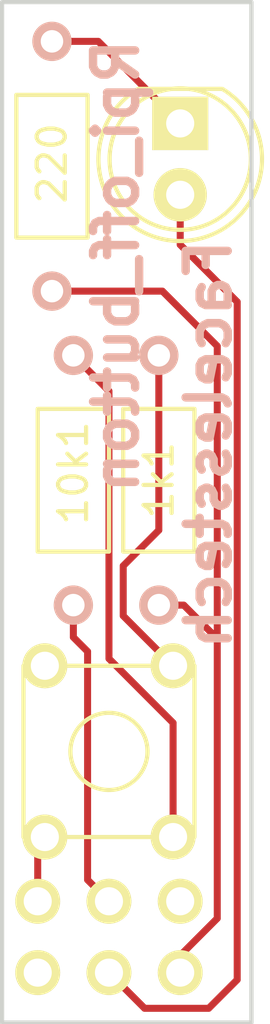
<source format=kicad_pcb>
(kicad_pcb (version 4) (host pcbnew 4.0.0-2.201511301921+6191~38~ubuntu15.10.1-stable)

  (general
    (links 10)
    (no_connects 2)
    (area 140.353 103.048999 154.772 143.434905)
    (thickness 1.6)
    (drawings 6)
    (tracks 32)
    (zones 0)
    (modules 6)
    (nets 7)
  )

  (page A4)
  (layers
    (0 F.Cu signal)
    (31 B.Cu signal)
    (32 B.Adhes user)
    (33 F.Adhes user)
    (34 B.Paste user)
    (35 F.Paste user)
    (36 B.SilkS user)
    (37 F.SilkS user)
    (38 B.Mask user)
    (39 F.Mask user)
    (40 Dwgs.User user)
    (41 Cmts.User user)
    (42 Eco1.User user)
    (43 Eco2.User user)
    (44 Edge.Cuts user)
    (45 Margin user)
    (46 B.CrtYd user)
    (47 F.CrtYd user)
    (48 B.Fab user)
    (49 F.Fab user)
  )

  (setup
    (last_trace_width 0.25)
    (trace_clearance 0.2)
    (zone_clearance 0.508)
    (zone_45_only no)
    (trace_min 0.2)
    (segment_width 0.2)
    (edge_width 0.15)
    (via_size 0.6)
    (via_drill 0.4)
    (via_min_size 0.4)
    (via_min_drill 0.3)
    (uvia_size 0.3)
    (uvia_drill 0.1)
    (uvias_allowed no)
    (uvia_min_size 0.2)
    (uvia_min_drill 0.1)
    (pcb_text_width 0.3)
    (pcb_text_size 1.5 1.5)
    (mod_edge_width 0.15)
    (mod_text_size 1 1)
    (mod_text_width 0.15)
    (pad_size 1.524 1.524)
    (pad_drill 0.762)
    (pad_to_mask_clearance 0.2)
    (aux_axis_origin 0 0)
    (visible_elements FFFFFF7F)
    (pcbplotparams
      (layerselection 0x010f0_80000001)
      (usegerberextensions true)
      (excludeedgelayer true)
      (linewidth 0.100000)
      (plotframeref false)
      (viasonmask false)
      (mode 1)
      (useauxorigin false)
      (hpglpennumber 1)
      (hpglpenspeed 20)
      (hpglpendiameter 15)
      (hpglpenoverlay 2)
      (psnegative false)
      (psa4output false)
      (plotreference true)
      (plotvalue true)
      (plotinvisibletext false)
      (padsonsilk false)
      (subtractmaskfromsilk false)
      (outputformat 1)
      (mirror false)
      (drillshape 0)
      (scaleselection 1)
      (outputdirectory gerbers/))
  )

  (net 0 "")
  (net 1 "Net-(10k1-Pad2)")
  (net 2 "Net-(1k1-Pad2)")
  (net 3 "Net-(10k1-Pad1)")
  (net 4 "Net-(220ohm1-Pad1)")
  (net 5 "Net-(D1-Pad2)")
  (net 6 "Net-(SW1-Pad2)")

  (net_class Default "This is the default net class."
    (clearance 0.2)
    (trace_width 0.25)
    (via_dia 0.6)
    (via_drill 0.4)
    (uvia_dia 0.3)
    (uvia_drill 0.1)
    (add_net "Net-(10k1-Pad1)")
    (add_net "Net-(10k1-Pad2)")
    (add_net "Net-(1k1-Pad2)")
    (add_net "Net-(220ohm1-Pad1)")
    (add_net "Net-(D1-Pad2)")
    (add_net "Net-(SW1-Pad2)")
  )

  (module button_long_custom:button_long_custom (layer F.Cu) (tedit 56684D26) (tstamp 5664A83F)
    (at 147.32 129.794 180)
    (path /56633661)
    (fp_text reference SW1 (at 0 3.556 180) (layer F.SilkS) hide
      (effects (font (size 1 1) (thickness 0.15)))
    )
    (fp_text value SW_PUSH (at -0.254 -5.334 180) (layer F.SilkS) hide
      (effects (font (size 1 1) (thickness 0.15)))
    )
    (fp_circle (center 0 0) (end -1.143 -0.762) (layer F.SilkS) (width 0.15))
    (fp_line (start 3.048 3.048) (end -3.048 3.048) (layer F.SilkS) (width 0.15))
    (fp_line (start -3.048 3.048) (end -3.048 -3.048) (layer F.SilkS) (width 0.15))
    (fp_line (start -3.048 -3.048) (end 3.048 -3.048) (layer F.SilkS) (width 0.15))
    (fp_line (start 3.048 -3.048) (end 3.048 3.048) (layer F.SilkS) (width 0.15))
    (pad 1 thru_hole circle (at -2.286 -3.048 180) (size 1.6 1.6) (drill 1) (layers *.Cu *.Mask F.SilkS)
      (net 1 "Net-(10k1-Pad2)"))
    (pad 2 thru_hole circle (at 2.286 3.048 180) (size 1.6 1.6) (drill 1) (layers *.Cu *.Mask F.SilkS)
      (net 6 "Net-(SW1-Pad2)"))
    (pad 1 thru_hole circle (at -2.286 3.048 180) (size 1.6 1.6) (drill 1) (layers *.Cu *.Mask F.SilkS)
      (net 1 "Net-(10k1-Pad2)"))
    (pad 2 thru_hole circle (at 2.286 -3.048 180) (size 1.6 1.6) (drill 1) (layers *.Cu *.Mask F.SilkS)
      (net 6 "Net-(SW1-Pad2)"))
  )

  (module resistor_9mm:Resistor_Horizontal_RM9mm (layer F.Cu) (tedit 56684D63) (tstamp 56649E06)
    (at 145.288 108.966 270)
    (descr "Resistor, Axial,  RM 10mm, 1/3W,")
    (tags "Resistor, Axial, RM 10mm, 1/3W,")
    (path /56633798)
    (fp_text reference 220 (at -0.1016 0 270) (layer F.SilkS)
      (effects (font (size 1 1) (thickness 0.15)))
    )
    (fp_text value R (at 3.81 3.81 270) (layer F.Fab) hide
      (effects (font (size 1 1) (thickness 0.15)))
    )
    (fp_line (start -2.54 -1.27) (end 2.54 -1.27) (layer F.SilkS) (width 0.15))
    (fp_line (start 2.54 -1.27) (end 2.54 1.27) (layer F.SilkS) (width 0.15))
    (fp_line (start 2.54 1.27) (end -2.54 1.27) (layer F.SilkS) (width 0.15))
    (fp_line (start -2.54 1.27) (end -2.54 -1.27) (layer F.SilkS) (width 0.15))
    (pad 1 thru_hole circle (at -4.445 0 270) (size 1.4 1.4) (drill 0.8) (layers *.Cu *.SilkS *.Mask)
      (net 4 "Net-(220ohm1-Pad1)"))
    (pad 2 thru_hole circle (at 4.445 0 270) (size 1.4 1.4) (drill 0.8) (layers *.Cu *.SilkS *.Mask)
      (net 3 "Net-(10k1-Pad1)"))
    (model Resistors_ThroughHole.3dshapes/Resistor_Horizontal_RM10mm.wrl
      (at (xyz 0 0 0))
      (scale (xyz 0.4 0.4 0.4))
      (rotate (xyz 0 0 0))
    )
  )

  (module LEDs:LED-5MM (layer F.Cu) (tedit 56684D5F) (tstamp 56649E81)
    (at 149.86 107.442 270)
    (descr "LED 5mm round vertical")
    (tags "LED 5mm round vertical")
    (path /56633690)
    (fp_text reference D1 (at 1.524 4.064 270) (layer F.SilkS) hide
      (effects (font (size 1 1) (thickness 0.15)))
    )
    (fp_text value LED (at 1.524 -3.937 270) (layer F.Fab) hide
      (effects (font (size 1 1) (thickness 0.15)))
    )
    (fp_line (start -1.5 -1.55) (end -1.5 1.55) (layer F.CrtYd) (width 0.05))
    (fp_arc (start 1.3 0) (end -1.5 1.55) (angle -302) (layer F.CrtYd) (width 0.05))
    (fp_arc (start 1.27 0) (end -1.23 -1.5) (angle 297.5) (layer F.SilkS) (width 0.15))
    (fp_line (start -1.23 1.5) (end -1.23 -1.5) (layer F.SilkS) (width 0.15))
    (fp_circle (center 1.27 0) (end 0.97 -2.5) (layer F.SilkS) (width 0.15))
    (fp_text user K (at -1.905 1.905 270) (layer F.SilkS) hide
      (effects (font (size 1 1) (thickness 0.15)))
    )
    (pad 1 thru_hole rect (at 0 0) (size 2 1.9) (drill 1.00076) (layers *.Cu *.Mask F.SilkS)
      (net 4 "Net-(220ohm1-Pad1)"))
    (pad 2 thru_hole circle (at 2.54 0 270) (size 1.9 1.9) (drill 1.00076) (layers *.Cu *.Mask F.SilkS)
      (net 5 "Net-(D1-Pad2)"))
    (model LEDs.3dshapes/LED-5MM.wrl
      (at (xyz 0.05 0 0))
      (scale (xyz 1 1 1))
      (rotate (xyz 0 0 90))
    )
  )

  (module raspi_button_GPIO:raspi_button_GPIO (layer F.Cu) (tedit 56684D19) (tstamp 5664A345)
    (at 147.32 136.398)
    (path /566338DC)
    (fp_text reference U1 (at 4.445 0 90) (layer F.SilkS) hide
      (effects (font (size 1 1) (thickness 0.15)))
    )
    (fp_text value raspi_button_GPIO (at -4.445 0 90) (layer F.SilkS) hide
      (effects (font (size 1 1) (thickness 0.15)))
    )
    (pad 1 thru_hole circle (at -2.54 -1.27) (size 1.6 1.6) (drill 1) (layers *.Cu *.Mask F.SilkS)
      (net 6 "Net-(SW1-Pad2)"))
    (pad 3 thru_hole circle (at 0 -1.27) (size 1.6 1.6) (drill 1) (layers *.Cu *.Mask F.SilkS)
      (net 2 "Net-(1k1-Pad2)"))
    (pad 5 thru_hole circle (at 2.54 -1.27) (size 1.6 1.6) (drill 1) (layers *.Cu *.Mask F.SilkS))
    (pad 6 thru_hole circle (at -2.54 1.27) (size 1.6 1.6) (drill 1) (layers *.Cu *.Mask F.SilkS))
    (pad 4 thru_hole circle (at 0 1.27) (size 1.6 1.6) (drill 1) (layers *.Cu *.Mask F.SilkS)
      (net 5 "Net-(D1-Pad2)"))
    (pad 2 thru_hole circle (at 2.54 1.27) (size 1.6 1.6) (drill 1) (layers *.Cu *.Mask F.SilkS)
      (net 3 "Net-(10k1-Pad1)"))
  )

  (module resistor_9mm:Resistor_Horizontal_RM9mm (layer F.Cu) (tedit 56684D3B) (tstamp 56683F70)
    (at 146.05 120.142 270)
    (descr "Resistor, Axial,  RM 10mm, 1/3W,")
    (tags "Resistor, Axial, RM 10mm, 1/3W,")
    (path /56633776)
    (fp_text reference 1k1 (at 0 -3.048 270) (layer F.SilkS)
      (effects (font (size 1 1) (thickness 0.15)))
    )
    (fp_text value R (at 3.81 3.81 270) (layer F.Fab) hide
      (effects (font (size 1 1) (thickness 0.15)))
    )
    (fp_line (start -2.54 -1.27) (end 2.54 -1.27) (layer F.SilkS) (width 0.15))
    (fp_line (start 2.54 -1.27) (end 2.54 1.27) (layer F.SilkS) (width 0.15))
    (fp_line (start 2.54 1.27) (end -2.54 1.27) (layer F.SilkS) (width 0.15))
    (fp_line (start -2.54 1.27) (end -2.54 -1.27) (layer F.SilkS) (width 0.15))
    (pad 1 thru_hole circle (at -4.445 0 270) (size 1.4 1.4) (drill 0.8) (layers *.Cu *.SilkS *.Mask)
      (net 1 "Net-(10k1-Pad2)"))
    (pad 2 thru_hole circle (at 4.445 0 270) (size 1.4 1.4) (drill 0.8) (layers *.Cu *.SilkS *.Mask)
      (net 2 "Net-(1k1-Pad2)"))
    (model Resistors_ThroughHole.3dshapes/Resistor_Horizontal_RM10mm.wrl
      (at (xyz 0 0 0))
      (scale (xyz 0.4 0.4 0.4))
      (rotate (xyz 0 0 0))
    )
  )

  (module resistor_9mm:Resistor_Horizontal_RM9mm (layer F.Cu) (tedit 56684D31) (tstamp 56683F7A)
    (at 149.098 120.142 90)
    (descr "Resistor, Axial,  RM 10mm, 1/3W,")
    (tags "Resistor, Axial, RM 10mm, 1/3W,")
    (path /566336D1)
    (fp_text reference 10k1 (at 0.254 -3.048 90) (layer F.SilkS)
      (effects (font (size 1 1) (thickness 0.15)))
    )
    (fp_text value R (at 3.81 3.81 90) (layer F.Fab) hide
      (effects (font (size 1 1) (thickness 0.15)))
    )
    (fp_line (start -2.54 -1.27) (end 2.54 -1.27) (layer F.SilkS) (width 0.15))
    (fp_line (start 2.54 -1.27) (end 2.54 1.27) (layer F.SilkS) (width 0.15))
    (fp_line (start 2.54 1.27) (end -2.54 1.27) (layer F.SilkS) (width 0.15))
    (fp_line (start -2.54 1.27) (end -2.54 -1.27) (layer F.SilkS) (width 0.15))
    (pad 1 thru_hole circle (at -4.445 0 90) (size 1.4 1.4) (drill 0.8) (layers *.Cu *.SilkS *.Mask)
      (net 3 "Net-(10k1-Pad1)"))
    (pad 2 thru_hole circle (at 4.445 0 90) (size 1.4 1.4) (drill 0.8) (layers *.Cu *.SilkS *.Mask)
      (net 1 "Net-(10k1-Pad2)"))
    (model Resistors_ThroughHole.3dshapes/Resistor_Horizontal_RM10mm.wrl
      (at (xyz 0 0 0))
      (scale (xyz 0.4 0.4 0.4))
      (rotate (xyz 0 0 0))
    )
  )

  (gr_text Rpi_off_button (at 147.574 112.522 90) (layer B.SilkS)
    (effects (font (size 1.5 1.5) (thickness 0.3)) (justify mirror))
  )
  (gr_text Facelesstech (at 150.876 118.872 90) (layer B.SilkS)
    (effects (font (size 1.5 1.5) (thickness 0.3)) (justify mirror))
  )
  (gr_line (start 143.51 103.124) (end 152.4 103.124) (angle 90) (layer Edge.Cuts) (width 0.15))
  (gr_line (start 143.51 139.446) (end 143.51 103.124) (angle 90) (layer Edge.Cuts) (width 0.15))
  (gr_line (start 152.4 139.446) (end 143.51 139.446) (angle 90) (layer Edge.Cuts) (width 0.15))
  (gr_line (start 152.4 103.124) (end 152.4 139.446) (angle 90) (layer Edge.Cuts) (width 0.15))

  (segment (start 149.606 132.842) (end 149.606 128.778) (width 0.25) (layer F.Cu) (net 1))
  (segment (start 147.32 116.967) (end 146.05 115.697) (width 0.25) (layer F.Cu) (net 1) (tstamp 566842BD))
  (segment (start 147.32 126.492) (end 147.32 116.967) (width 0.25) (layer F.Cu) (net 1) (tstamp 566842BB))
  (segment (start 149.606 128.778) (end 147.32 126.492) (width 0.25) (layer F.Cu) (net 1) (tstamp 566842AD))
  (segment (start 149.098 115.697) (end 149.098 121.92) (width 0.25) (layer F.Cu) (net 1))
  (segment (start 147.828 124.968) (end 149.606 126.746) (width 0.25) (layer F.Cu) (net 1) (tstamp 56683DCE))
  (segment (start 147.828 123.19) (end 147.828 124.968) (width 0.25) (layer F.Cu) (net 1) (tstamp 56683DCC))
  (segment (start 149.098 121.92) (end 147.828 123.19) (width 0.25) (layer F.Cu) (net 1) (tstamp 56683DC8))
  (segment (start 146.05 124.587) (end 146.05 125.73) (width 0.25) (layer F.Cu) (net 2))
  (segment (start 146.558 134.366) (end 147.32 135.128) (width 0.25) (layer F.Cu) (net 2) (tstamp 566842CD))
  (segment (start 146.558 126.238) (end 146.558 134.366) (width 0.25) (layer F.Cu) (net 2) (tstamp 566842C9))
  (segment (start 146.05 125.73) (end 146.558 126.238) (width 0.25) (layer F.Cu) (net 2) (tstamp 566842C5))
  (segment (start 145.288 113.411) (end 149.225 113.411) (width 0.25) (layer F.Cu) (net 3))
  (segment (start 151.1808 115.3668) (end 151.1808 125.7808) (width 0.25) (layer F.Cu) (net 3) (tstamp 56684DE7))
  (segment (start 149.225 113.411) (end 151.1808 115.3668) (width 0.25) (layer F.Cu) (net 3) (tstamp 56684DE5))
  (segment (start 149.86 137.668) (end 149.86 137.0584) (width 0.25) (layer F.Cu) (net 3))
  (segment (start 149.86 137.0584) (end 151.1808 135.7376) (width 0.25) (layer F.Cu) (net 3) (tstamp 56684BB6))
  (segment (start 151.1808 135.7376) (end 151.1808 125.7808) (width 0.25) (layer F.Cu) (net 3) (tstamp 56684BB9))
  (segment (start 151.1808 125.7808) (end 149.987 124.587) (width 0.25) (layer F.Cu) (net 3) (tstamp 56684BBC))
  (segment (start 149.987 124.587) (end 149.098 124.587) (width 0.25) (layer F.Cu) (net 3) (tstamp 56684BC7))
  (segment (start 149.098 124.587) (end 149.733 124.587) (width 0.25) (layer F.Cu) (net 3))
  (segment (start 149.098 124.587) (end 149.479 124.587) (width 0.25) (layer F.Cu) (net 3))
  (segment (start 145.288 104.521) (end 146.939 104.521) (width 0.25) (layer F.Cu) (net 4))
  (segment (start 146.939 104.521) (end 149.86 107.442) (width 0.25) (layer F.Cu) (net 4) (tstamp 56684DE0))
  (segment (start 149.86 109.982) (end 149.86 111.76) (width 0.25) (layer F.Cu) (net 5))
  (segment (start 148.59 138.938) (end 147.32 137.668) (width 0.25) (layer F.Cu) (net 5) (tstamp 56684DD6))
  (segment (start 150.876 138.938) (end 148.59 138.938) (width 0.25) (layer F.Cu) (net 5) (tstamp 56684DD4))
  (segment (start 151.892 137.922) (end 150.876 138.938) (width 0.25) (layer F.Cu) (net 5) (tstamp 56684DD2))
  (segment (start 151.892 113.792) (end 151.892 137.922) (width 0.25) (layer F.Cu) (net 5) (tstamp 56684DD0))
  (segment (start 149.86 111.76) (end 151.892 113.792) (width 0.25) (layer F.Cu) (net 5) (tstamp 56684DCE))
  (segment (start 144.78 135.128) (end 144.78 133.096) (width 0.25) (layer F.Cu) (net 6))
  (segment (start 144.78 133.096) (end 145.034 132.842) (width 0.25) (layer F.Cu) (net 6) (tstamp 56683D0B))

)

</source>
